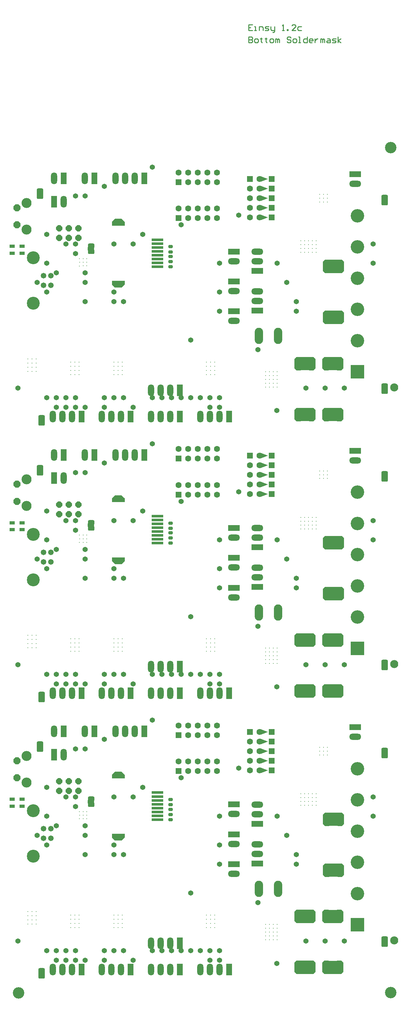
<source format=gbs>
G04*
G04 #@! TF.GenerationSoftware,Altium Limited,Altium Designer,21.0.8 (223)*
G04*
G04 Layer_Color=16711935*
%FSLAX24Y24*%
%MOIN*%
G70*
G04*
G04 #@! TF.SameCoordinates,0398FE80-09BB-4AEC-B5AE-9C75AE321684*
G04*
G04*
G04 #@! TF.FilePolarity,Negative*
G04*
G01*
G75*
%ADD12C,0.0100*%
%ADD144C,0.0580*%
%ADD192C,0.0631*%
G04:AMPARAMS|DCode=196|XSize=118.7mil|YSize=118.7mil|CornerRadius=59.4mil|HoleSize=0mil|Usage=FLASHONLY|Rotation=90.000|XOffset=0mil|YOffset=0mil|HoleType=Round|Shape=RoundedRectangle|*
%AMROUNDEDRECTD196*
21,1,0.1187,0.0000,0,0,90.0*
21,1,0.0000,0.1187,0,0,90.0*
1,1,0.1187,0.0000,0.0000*
1,1,0.1187,0.0000,0.0000*
1,1,0.1187,0.0000,0.0000*
1,1,0.1187,0.0000,0.0000*
%
%ADD196ROUNDEDRECTD196*%
G04:AMPARAMS|DCode=219|XSize=33.1mil|YSize=43.4mil|CornerRadius=7.8mil|HoleSize=0mil|Usage=FLASHONLY|Rotation=90.000|XOffset=0mil|YOffset=0mil|HoleType=Round|Shape=RoundedRectangle|*
%AMROUNDEDRECTD219*
21,1,0.0331,0.0277,0,0,90.0*
21,1,0.0175,0.0434,0,0,90.0*
1,1,0.0157,0.0139,0.0087*
1,1,0.0157,0.0139,-0.0087*
1,1,0.0157,-0.0139,-0.0087*
1,1,0.0157,-0.0139,0.0087*
%
%ADD219ROUNDEDRECTD219*%
G04:AMPARAMS|DCode=228|XSize=54mil|YSize=54mil|CornerRadius=27mil|HoleSize=0mil|Usage=FLASHONLY|Rotation=270.000|XOffset=0mil|YOffset=0mil|HoleType=Round|Shape=RoundedRectangle|*
%AMROUNDEDRECTD228*
21,1,0.0540,0.0000,0,0,270.0*
21,1,0.0000,0.0540,0,0,270.0*
1,1,0.0540,0.0000,0.0000*
1,1,0.0540,0.0000,0.0000*
1,1,0.0540,0.0000,0.0000*
1,1,0.0540,0.0000,0.0000*
%
%ADD228ROUNDEDRECTD228*%
%ADD254R,0.0631X0.0631*%
%ADD255C,0.0631*%
%ADD256O,0.0865X0.1690*%
%ADD257R,0.0631X0.0631*%
G04:AMPARAMS|DCode=258|XSize=137mil|YSize=87mil|CornerRadius=0mil|HoleSize=0mil|Usage=FLASHONLY|Rotation=270.000|XOffset=0mil|YOffset=0mil|HoleType=Round|Shape=Octagon|*
%AMOCTAGOND258*
4,1,8,-0.0217,-0.0685,0.0217,-0.0685,0.0435,-0.0468,0.0435,0.0468,0.0217,0.0685,-0.0217,0.0685,-0.0435,0.0468,-0.0435,-0.0468,-0.0217,-0.0685,0.0*
%
%ADD258OCTAGOND258*%

%ADD259P,0.0714X8X22.5*%
%ADD260C,0.1345*%
%ADD261P,0.0801X8X292.5*%
%ADD262C,0.1040*%
%ADD263R,0.1240X0.0640*%
%ADD264O,0.1240X0.0640*%
%ADD265R,0.0640X0.1240*%
%ADD266O,0.0640X0.1240*%
%ADD267O,0.1400X0.1400*%
%ADD268R,0.1400X0.1400*%
%ADD269C,0.0840*%
%ADD271R,0.0704X0.0354*%
%ADD272R,0.1241X0.0280*%
G04:AMPARAMS|DCode=273|XSize=54mil|YSize=54mil|CornerRadius=27mil|HoleSize=0mil|Usage=FLASHONLY|Rotation=180.000|XOffset=0mil|YOffset=0mil|HoleType=Round|Shape=RoundedRectangle|*
%AMROUNDEDRECTD273*
21,1,0.0540,0.0000,0,0,180.0*
21,1,0.0000,0.0540,0,0,180.0*
1,1,0.0540,0.0000,0.0000*
1,1,0.0540,0.0000,0.0000*
1,1,0.0540,0.0000,0.0000*
1,1,0.0540,0.0000,0.0000*
%
%ADD273ROUNDEDRECTD273*%
G04:AMPARAMS|DCode=274|XSize=50mil|YSize=67mil|CornerRadius=13.5mil|HoleSize=0mil|Usage=FLASHONLY|Rotation=270.000|XOffset=0mil|YOffset=0mil|HoleType=Round|Shape=RoundedRectangle|*
%AMROUNDEDRECTD274*
21,1,0.0500,0.0400,0,0,270.0*
21,1,0.0230,0.0670,0,0,270.0*
1,1,0.0270,-0.0200,-0.0115*
1,1,0.0270,-0.0200,0.0115*
1,1,0.0270,0.0200,0.0115*
1,1,0.0270,0.0200,-0.0115*
%
%ADD274ROUNDEDRECTD274*%
%ADD275R,0.0532X0.0375*%
%ADD276R,0.0631X0.0631*%
%ADD277C,0.0100*%
G36*
X27324Y55127D02*
X26534Y54827D01*
X26654Y54947D01*
Y55307D01*
X26534Y55427D01*
X27324Y55127D01*
D02*
G37*
G36*
Y54127D02*
X26534Y53827D01*
X26654Y53947D01*
Y54307D01*
X26534Y54427D01*
X27324Y54127D01*
D02*
G37*
G36*
Y53127D02*
X26534Y52827D01*
X26654Y52947D01*
Y53307D01*
X26534Y53427D01*
X27324Y53127D01*
D02*
G37*
G36*
Y52127D02*
X26534Y51827D01*
X26654Y51947D01*
Y52307D01*
X26534Y52427D01*
X27324Y52127D01*
D02*
G37*
G36*
Y51127D02*
X26534Y50827D01*
X26654Y50947D01*
Y51307D01*
X26534Y51427D01*
X27324Y51127D01*
D02*
G37*
G36*
X12347Y50730D02*
X12402Y50675D01*
X12402Y50289D01*
X11064Y50289D01*
Y50675D01*
X11383Y50994D01*
X12083D01*
X12347Y50730D01*
D02*
G37*
G36*
X34587Y45356D02*
X33677D01*
Y46746D01*
X34587D01*
Y45356D01*
D02*
G37*
G36*
X12402Y44533D02*
X12402Y44147D01*
X12347Y44092D01*
X12083Y43828D01*
X11383D01*
X11064Y44147D01*
Y44533D01*
X12402Y44533D01*
D02*
G37*
G36*
X34587Y40056D02*
X33677D01*
Y41446D01*
X34587D01*
Y40056D01*
D02*
G37*
G36*
X31637Y35230D02*
X30727D01*
Y36620D01*
X31637D01*
Y35230D01*
D02*
G37*
G36*
X34537Y35226D02*
X33627D01*
Y36616D01*
X34537D01*
Y35226D01*
D02*
G37*
G36*
X31637Y29930D02*
X30727D01*
Y31320D01*
X31637D01*
Y29930D01*
D02*
G37*
G36*
X34537Y29926D02*
X33627D01*
Y31316D01*
X34537D01*
Y29926D01*
D02*
G37*
G36*
X27324Y26348D02*
X26534Y26048D01*
X26654Y26168D01*
Y26528D01*
X26534Y26648D01*
X27324Y26348D01*
D02*
G37*
G36*
Y25348D02*
X26534Y25048D01*
X26654Y25168D01*
Y25528D01*
X26534Y25648D01*
X27324Y25348D01*
D02*
G37*
G36*
Y24348D02*
X26534Y24048D01*
X26654Y24168D01*
Y24528D01*
X26534Y24648D01*
X27324Y24348D01*
D02*
G37*
G36*
Y23348D02*
X26534Y23048D01*
X26654Y23168D01*
Y23528D01*
X26534Y23648D01*
X27324Y23348D01*
D02*
G37*
G36*
Y22348D02*
X26534Y22048D01*
X26654Y22168D01*
Y22528D01*
X26534Y22648D01*
X27324Y22348D01*
D02*
G37*
G36*
X12347Y21950D02*
X12402Y21895D01*
X12402Y21510D01*
X11064Y21510D01*
Y21895D01*
X11383Y22214D01*
X12083D01*
X12347Y21950D01*
D02*
G37*
G36*
X34587Y16577D02*
X33677D01*
Y17967D01*
X34587D01*
Y16577D01*
D02*
G37*
G36*
X12402Y15754D02*
X12402Y15368D01*
X12347Y15313D01*
X12083Y15049D01*
X11383D01*
X11064Y15368D01*
Y15754D01*
X12402Y15754D01*
D02*
G37*
G36*
X34587Y11277D02*
X33677D01*
Y12667D01*
X34587D01*
Y11277D01*
D02*
G37*
G36*
X31637Y6451D02*
X30727D01*
Y7841D01*
X31637D01*
Y6451D01*
D02*
G37*
G36*
X34537Y6447D02*
X33627D01*
Y7837D01*
X34537D01*
Y6447D01*
D02*
G37*
G36*
X31637Y1151D02*
X30727D01*
Y2541D01*
X31637D01*
Y1151D01*
D02*
G37*
G36*
X34537Y1147D02*
X33627D01*
Y2537D01*
X34537D01*
Y1147D01*
D02*
G37*
G36*
X27324Y-2432D02*
X26534Y-2732D01*
X26654Y-2612D01*
Y-2252D01*
X26534Y-2132D01*
X27324Y-2432D01*
D02*
G37*
G36*
Y-3432D02*
X26534Y-3732D01*
X26654Y-3612D01*
Y-3252D01*
X26534Y-3132D01*
X27324Y-3432D01*
D02*
G37*
G36*
Y-4432D02*
X26534Y-4732D01*
X26654Y-4612D01*
Y-4252D01*
X26534Y-4132D01*
X27324Y-4432D01*
D02*
G37*
G36*
Y-5432D02*
X26534Y-5732D01*
X26654Y-5612D01*
Y-5252D01*
X26534Y-5132D01*
X27324Y-5432D01*
D02*
G37*
G36*
Y-6432D02*
X26534Y-6732D01*
X26654Y-6612D01*
Y-6252D01*
X26534Y-6132D01*
X27324Y-6432D01*
D02*
G37*
G36*
X12347Y-6829D02*
X12402Y-6884D01*
X12402Y-7270D01*
X11064Y-7270D01*
Y-6884D01*
X11383Y-6565D01*
X12083D01*
X12347Y-6829D01*
D02*
G37*
G36*
X34587Y-12203D02*
X33677D01*
Y-10813D01*
X34587D01*
Y-12203D01*
D02*
G37*
G36*
X12402Y-13026D02*
X12402Y-13412D01*
X12347Y-13467D01*
X12083Y-13731D01*
X11383D01*
X11064Y-13412D01*
Y-13026D01*
X12402Y-13026D01*
D02*
G37*
G36*
X34587Y-17503D02*
X33677D01*
Y-16113D01*
X34587D01*
Y-17503D01*
D02*
G37*
G36*
X31637Y-22329D02*
X30727D01*
Y-20939D01*
X31637D01*
Y-22329D01*
D02*
G37*
G36*
X34537Y-22333D02*
X33627D01*
Y-20943D01*
X34537D01*
Y-22333D01*
D02*
G37*
G36*
X31637Y-27629D02*
X30727D01*
Y-26239D01*
X31637D01*
Y-27629D01*
D02*
G37*
G36*
X34537Y-27633D02*
X33627D01*
Y-26243D01*
X34537D01*
Y-27633D01*
D02*
G37*
G54D12*
X25298Y69942D02*
Y69343D01*
X25598D01*
X25698Y69442D01*
Y69542D01*
X25598Y69642D01*
X25298D01*
X25598D01*
X25698Y69742D01*
Y69842D01*
X25598Y69942D01*
X25298D01*
X25998Y69343D02*
X26198D01*
X26298Y69442D01*
Y69642D01*
X26198Y69742D01*
X25998D01*
X25898Y69642D01*
Y69442D01*
X25998Y69343D01*
X26598Y69842D02*
Y69742D01*
X26498D01*
X26698D01*
X26598D01*
Y69442D01*
X26698Y69343D01*
X27098Y69842D02*
Y69742D01*
X26998D01*
X27198D01*
X27098D01*
Y69442D01*
X27198Y69343D01*
X27598D02*
X27798D01*
X27898Y69442D01*
Y69642D01*
X27798Y69742D01*
X27598D01*
X27498Y69642D01*
Y69442D01*
X27598Y69343D01*
X28097D02*
Y69742D01*
X28197D01*
X28297Y69642D01*
Y69343D01*
Y69642D01*
X28397Y69742D01*
X28497Y69642D01*
Y69343D01*
X29697Y69842D02*
X29597Y69942D01*
X29397D01*
X29297Y69842D01*
Y69742D01*
X29397Y69642D01*
X29597D01*
X29697Y69542D01*
Y69442D01*
X29597Y69343D01*
X29397D01*
X29297Y69442D01*
X29997Y69343D02*
X30197D01*
X30297Y69442D01*
Y69642D01*
X30197Y69742D01*
X29997D01*
X29897Y69642D01*
Y69442D01*
X29997Y69343D01*
X30497D02*
X30697D01*
X30597D01*
Y69942D01*
X30497D01*
X31396D02*
Y69343D01*
X31096D01*
X30996Y69442D01*
Y69642D01*
X31096Y69742D01*
X31396D01*
X31896Y69343D02*
X31696D01*
X31596Y69442D01*
Y69642D01*
X31696Y69742D01*
X31896D01*
X31996Y69642D01*
Y69542D01*
X31596D01*
X32196Y69742D02*
Y69343D01*
Y69542D01*
X32296Y69642D01*
X32396Y69742D01*
X32496D01*
X32796Y69343D02*
Y69742D01*
X32896D01*
X32996Y69642D01*
Y69343D01*
Y69642D01*
X33096Y69742D01*
X33196Y69642D01*
Y69343D01*
X33496Y69742D02*
X33696D01*
X33796Y69642D01*
Y69343D01*
X33496D01*
X33396Y69442D01*
X33496Y69542D01*
X33796D01*
X33996Y69343D02*
X34295D01*
X34395Y69442D01*
X34295Y69542D01*
X34095D01*
X33996Y69642D01*
X34095Y69742D01*
X34395D01*
X34595Y69343D02*
Y69942D01*
Y69542D02*
X34895Y69742D01*
X34595Y69542D02*
X34895Y69343D01*
X25698Y71192D02*
X25298D01*
Y70593D01*
X25698D01*
X25298Y70892D02*
X25498D01*
X25898Y70593D02*
X26098D01*
X25998D01*
Y70992D01*
X25898D01*
X26398Y70593D02*
Y70992D01*
X26698D01*
X26798Y70892D01*
Y70593D01*
X26998D02*
X27298D01*
X27398Y70692D01*
X27298Y70792D01*
X27098D01*
X26998Y70892D01*
X27098Y70992D01*
X27398D01*
X27598D02*
Y70692D01*
X27698Y70593D01*
X27997D01*
Y70493D01*
X27898Y70393D01*
X27798D01*
X27997Y70593D02*
Y70992D01*
X28797Y70593D02*
X28997D01*
X28897D01*
Y71192D01*
X28797Y71092D01*
X29297Y70593D02*
Y70692D01*
X29397D01*
Y70593D01*
X29297D01*
X30197D02*
X29797D01*
X30197Y70992D01*
Y71092D01*
X30097Y71192D01*
X29897D01*
X29797Y71092D01*
X30797Y70992D02*
X30497D01*
X30397Y70892D01*
Y70692D01*
X30497Y70593D01*
X30797D01*
G54D144*
X4725Y-13492D02*
D03*
Y-12500D02*
D03*
X3935D02*
D03*
Y-13492D02*
D03*
X4725Y15287D02*
D03*
Y16280D02*
D03*
X3935D02*
D03*
Y15287D02*
D03*
X4725Y44067D02*
D03*
Y45059D02*
D03*
X3935D02*
D03*
Y44067D02*
D03*
G54D192*
X26434Y-2432D02*
D03*
Y-3432D02*
D03*
Y-4432D02*
D03*
Y-5432D02*
D03*
Y-6432D02*
D03*
Y26348D02*
D03*
Y25348D02*
D03*
Y24348D02*
D03*
Y23348D02*
D03*
Y22348D02*
D03*
Y55127D02*
D03*
Y54127D02*
D03*
Y53127D02*
D03*
Y52127D02*
D03*
Y51127D02*
D03*
G54D196*
X40098Y58415D02*
D03*
Y-29557D02*
D03*
X1359Y-29596D02*
D03*
G54D219*
X17168Y-11012D02*
D03*
Y-11548D02*
D03*
Y-10481D02*
D03*
Y-11016D02*
D03*
Y-9467D02*
D03*
Y-10002D02*
D03*
Y17767D02*
D03*
Y17232D02*
D03*
Y18299D02*
D03*
Y17764D02*
D03*
Y19313D02*
D03*
Y18777D02*
D03*
Y46547D02*
D03*
Y46012D02*
D03*
Y47078D02*
D03*
Y46543D02*
D03*
Y48092D02*
D03*
Y47557D02*
D03*
G54D228*
X14267Y-8189D02*
D03*
X21267Y-26189D02*
D03*
X5267D02*
D03*
X6267D02*
D03*
X7267D02*
D03*
X8267D02*
D03*
X10267D02*
D03*
X13267D02*
D03*
X22267D02*
D03*
X30267Y-16189D02*
D03*
X29267Y-13189D02*
D03*
X28267Y-11189D02*
D03*
X19267Y-25189D02*
D03*
X21267D02*
D03*
X20267D02*
D03*
X22267D02*
D03*
X15267D02*
D03*
X17267D02*
D03*
X16267D02*
D03*
X18267D02*
D03*
X7267D02*
D03*
X11267D02*
D03*
X10267D02*
D03*
X12267D02*
D03*
X1267Y-24189D02*
D03*
X28237Y-26509D02*
D03*
X22267Y-16189D02*
D03*
X24267Y-6189D02*
D03*
X5267Y-25189D02*
D03*
X4267D02*
D03*
X6267D02*
D03*
X5267Y-12189D02*
D03*
X4267Y-11189D02*
D03*
X8267Y-4189D02*
D03*
X19267Y-19189D02*
D03*
X14267Y20591D02*
D03*
X21267Y2591D02*
D03*
X5267D02*
D03*
X6267D02*
D03*
X7267D02*
D03*
X8267D02*
D03*
X10267D02*
D03*
X13267D02*
D03*
X22267D02*
D03*
X30267Y12591D02*
D03*
X29267Y15591D02*
D03*
X28267Y17591D02*
D03*
X19267Y3591D02*
D03*
X21267D02*
D03*
X20267D02*
D03*
X22267D02*
D03*
X15267D02*
D03*
X17267D02*
D03*
X16267D02*
D03*
X18267D02*
D03*
X7267D02*
D03*
X11267D02*
D03*
X10267D02*
D03*
X12267D02*
D03*
X1267Y4591D02*
D03*
X28237Y2271D02*
D03*
X22267Y12591D02*
D03*
X24267Y22591D02*
D03*
X5267Y3591D02*
D03*
X4267D02*
D03*
X6267D02*
D03*
X5267Y16591D02*
D03*
X4267Y17591D02*
D03*
X8267Y24591D02*
D03*
X19267Y9591D02*
D03*
X14267Y49370D02*
D03*
X21267Y31370D02*
D03*
X5267D02*
D03*
X6267D02*
D03*
X7267D02*
D03*
X8267D02*
D03*
X10267D02*
D03*
X13267D02*
D03*
X22267D02*
D03*
X30267Y41370D02*
D03*
X29267Y44370D02*
D03*
X28267Y46370D02*
D03*
X19267Y32370D02*
D03*
X21267D02*
D03*
X20267D02*
D03*
X22267D02*
D03*
X15267D02*
D03*
X17267D02*
D03*
X16267D02*
D03*
X18267D02*
D03*
X7267D02*
D03*
X11267D02*
D03*
X10267D02*
D03*
X12267D02*
D03*
X1267Y33370D02*
D03*
X28237Y31050D02*
D03*
X22267Y41370D02*
D03*
X24267Y51370D02*
D03*
X5267Y32370D02*
D03*
X4267D02*
D03*
X6267D02*
D03*
X5267Y45370D02*
D03*
X4267Y46370D02*
D03*
X8267Y53370D02*
D03*
X19267Y38370D02*
D03*
G54D254*
X18007Y-2749D02*
D03*
Y-6499D02*
D03*
Y26031D02*
D03*
Y22281D02*
D03*
Y54810D02*
D03*
Y51060D02*
D03*
G54D255*
Y-1749D02*
D03*
X19007Y-2749D02*
D03*
Y-1749D02*
D03*
X20007Y-2749D02*
D03*
Y-1749D02*
D03*
X21007Y-2749D02*
D03*
Y-1749D02*
D03*
X22007Y-2749D02*
D03*
Y-1749D02*
D03*
X25434Y-6432D02*
D03*
Y-5432D02*
D03*
Y-4432D02*
D03*
Y-3432D02*
D03*
X22007Y-5499D02*
D03*
Y-6499D02*
D03*
X21007Y-5499D02*
D03*
Y-6499D02*
D03*
X20007Y-5499D02*
D03*
Y-6499D02*
D03*
X19007Y-5499D02*
D03*
Y-6499D02*
D03*
X18007Y-5499D02*
D03*
Y27031D02*
D03*
X19007Y26031D02*
D03*
Y27031D02*
D03*
X20007Y26031D02*
D03*
Y27031D02*
D03*
X21007Y26031D02*
D03*
Y27031D02*
D03*
X22007Y26031D02*
D03*
Y27031D02*
D03*
X25434Y22348D02*
D03*
Y23348D02*
D03*
Y24348D02*
D03*
Y25348D02*
D03*
X22007Y23281D02*
D03*
Y22281D02*
D03*
X21007Y23281D02*
D03*
Y22281D02*
D03*
X20007Y23281D02*
D03*
Y22281D02*
D03*
X19007Y23281D02*
D03*
Y22281D02*
D03*
X18007Y23281D02*
D03*
Y55810D02*
D03*
X19007Y54810D02*
D03*
Y55810D02*
D03*
X20007Y54810D02*
D03*
Y55810D02*
D03*
X21007Y54810D02*
D03*
Y55810D02*
D03*
X22007Y54810D02*
D03*
Y55810D02*
D03*
X25434Y51127D02*
D03*
Y52127D02*
D03*
Y53127D02*
D03*
Y54127D02*
D03*
X22007Y52060D02*
D03*
Y51060D02*
D03*
X21007Y52060D02*
D03*
Y51060D02*
D03*
X20007Y52060D02*
D03*
Y51060D02*
D03*
X19007Y52060D02*
D03*
Y51060D02*
D03*
X18007Y52060D02*
D03*
G54D256*
X26377Y-18759D02*
D03*
X28377D02*
D03*
X26377Y10021D02*
D03*
X28377D02*
D03*
X26377Y38800D02*
D03*
X28377D02*
D03*
G54D257*
X25434Y-2432D02*
D03*
Y26348D02*
D03*
Y55127D02*
D03*
G54D258*
X31856Y-26935D02*
D03*
X30516D02*
D03*
Y-21635D02*
D03*
X31856D02*
D03*
X33467Y-11509D02*
D03*
X34807D02*
D03*
Y-16809D02*
D03*
X33467D02*
D03*
X34757Y-21639D02*
D03*
X33417D02*
D03*
Y-26939D02*
D03*
X34757D02*
D03*
X31856Y1844D02*
D03*
X30516D02*
D03*
Y7144D02*
D03*
X31856D02*
D03*
X33467Y17271D02*
D03*
X34807D02*
D03*
Y11971D02*
D03*
X33467D02*
D03*
X34757Y7141D02*
D03*
X33417D02*
D03*
Y1841D02*
D03*
X34757D02*
D03*
X31856Y30624D02*
D03*
X30516D02*
D03*
Y35924D02*
D03*
X31856D02*
D03*
X33467Y46050D02*
D03*
X34807D02*
D03*
Y40750D02*
D03*
X33467D02*
D03*
X34757Y35920D02*
D03*
X33417D02*
D03*
Y30620D02*
D03*
X34757D02*
D03*
G54D259*
X5592Y-8543D02*
D03*
Y-7543D02*
D03*
X6592Y-8543D02*
D03*
Y-7543D02*
D03*
X7592Y-8543D02*
D03*
Y-7543D02*
D03*
X5592Y20236D02*
D03*
Y21236D02*
D03*
X6592Y20236D02*
D03*
Y21236D02*
D03*
X7592Y20236D02*
D03*
Y21236D02*
D03*
X5592Y49016D02*
D03*
Y50016D02*
D03*
X6592Y49016D02*
D03*
Y50016D02*
D03*
X7592Y49016D02*
D03*
Y50016D02*
D03*
G54D260*
X2865Y-10630D02*
D03*
Y-15362D02*
D03*
Y18150D02*
D03*
Y13417D02*
D03*
Y46929D02*
D03*
Y42197D02*
D03*
G54D261*
X1194Y-5409D02*
D03*
Y-7189D02*
D03*
Y23370D02*
D03*
Y21590D02*
D03*
Y52150D02*
D03*
Y50370D02*
D03*
G54D262*
X2174Y-4919D02*
D03*
Y-7679D02*
D03*
Y23860D02*
D03*
Y21100D02*
D03*
Y52640D02*
D03*
Y49880D02*
D03*
G54D263*
X26197Y-16119D02*
D03*
X23771Y-9972D02*
D03*
Y-13083D02*
D03*
Y-16193D02*
D03*
X36417Y-1929D02*
D03*
X26207Y-11979D02*
D03*
X26197Y12661D02*
D03*
X23771Y18807D02*
D03*
Y15697D02*
D03*
Y12587D02*
D03*
X36417Y26851D02*
D03*
X26207Y16801D02*
D03*
X26197Y41440D02*
D03*
X23771Y47587D02*
D03*
Y44476D02*
D03*
Y41366D02*
D03*
X36417Y55630D02*
D03*
X26207Y45580D02*
D03*
G54D264*
X26197Y-15119D02*
D03*
Y-14119D02*
D03*
X23771Y-10972D02*
D03*
Y-14083D02*
D03*
Y-17193D02*
D03*
X36417Y-2929D02*
D03*
X26207Y-9979D02*
D03*
Y-10979D02*
D03*
X26197Y13661D02*
D03*
Y14661D02*
D03*
X23771Y17807D02*
D03*
Y14697D02*
D03*
Y11587D02*
D03*
X36417Y25851D02*
D03*
X26207Y18801D02*
D03*
Y17801D02*
D03*
X26197Y42440D02*
D03*
Y43440D02*
D03*
X23771Y46587D02*
D03*
Y43476D02*
D03*
Y40366D02*
D03*
X36417Y54630D02*
D03*
X26207Y47580D02*
D03*
Y46580D02*
D03*
G54D265*
X9249Y-2366D02*
D03*
X14429Y-2362D02*
D03*
X7909Y-27166D02*
D03*
X13027D02*
D03*
X18146Y-24411D02*
D03*
Y-27166D02*
D03*
X23268Y-27163D02*
D03*
X5039Y-4776D02*
D03*
X6039Y-2366D02*
D03*
X9249Y26413D02*
D03*
X14429Y26417D02*
D03*
X7909Y1613D02*
D03*
X13027D02*
D03*
X18146Y4369D02*
D03*
Y1613D02*
D03*
X23268Y1617D02*
D03*
X5039Y24003D02*
D03*
X6039Y26413D02*
D03*
X9249Y55193D02*
D03*
X14429Y55197D02*
D03*
X7909Y30393D02*
D03*
X13027D02*
D03*
X18146Y33149D02*
D03*
Y30393D02*
D03*
X23268Y30397D02*
D03*
X5039Y52783D02*
D03*
X6039Y55193D02*
D03*
G54D266*
X8249Y-2366D02*
D03*
X13429Y-2362D02*
D03*
X12429D02*
D03*
X11429D02*
D03*
X4909Y-27166D02*
D03*
X5909D02*
D03*
X6909D02*
D03*
X10027D02*
D03*
X11027D02*
D03*
X12027D02*
D03*
X15146Y-24411D02*
D03*
X16146D02*
D03*
X17146D02*
D03*
X15146Y-27166D02*
D03*
X16146D02*
D03*
X17146D02*
D03*
X20268Y-27163D02*
D03*
X21268D02*
D03*
X22268D02*
D03*
X6039Y-4776D02*
D03*
X5039Y-2366D02*
D03*
X8249Y26413D02*
D03*
X13429Y26417D02*
D03*
X12429D02*
D03*
X11429D02*
D03*
X4909Y1613D02*
D03*
X5909D02*
D03*
X6909D02*
D03*
X10027D02*
D03*
X11027D02*
D03*
X12027D02*
D03*
X15146Y4369D02*
D03*
X16146D02*
D03*
X17146D02*
D03*
X15146Y1613D02*
D03*
X16146D02*
D03*
X17146D02*
D03*
X20268Y1617D02*
D03*
X21268D02*
D03*
X22268D02*
D03*
X6039Y24003D02*
D03*
X5039Y26413D02*
D03*
X8249Y55193D02*
D03*
X13429Y55197D02*
D03*
X12429D02*
D03*
X11429D02*
D03*
X4909Y30393D02*
D03*
X5909D02*
D03*
X6909D02*
D03*
X10027D02*
D03*
X11027D02*
D03*
X12027D02*
D03*
X15146Y33149D02*
D03*
X16146D02*
D03*
X17146D02*
D03*
X15146Y30393D02*
D03*
X16146D02*
D03*
X17146D02*
D03*
X20268Y30397D02*
D03*
X21268D02*
D03*
X22268D02*
D03*
X6039Y52783D02*
D03*
X5039Y55193D02*
D03*
G54D267*
X36637Y-6244D02*
D03*
Y-9494D02*
D03*
Y-12744D02*
D03*
Y-15994D02*
D03*
Y-19244D02*
D03*
Y22536D02*
D03*
Y19286D02*
D03*
Y16036D02*
D03*
Y12786D02*
D03*
Y9536D02*
D03*
Y51315D02*
D03*
Y48065D02*
D03*
Y44815D02*
D03*
Y41565D02*
D03*
Y38315D02*
D03*
G54D268*
Y-22494D02*
D03*
Y6286D02*
D03*
Y35065D02*
D03*
G54D269*
X40474Y-24134D02*
D03*
Y4646D02*
D03*
Y33425D02*
D03*
G54D271*
X8891Y-9685D02*
D03*
X39489Y-24262D02*
D03*
X3562Y-3947D02*
D03*
X3742Y-27557D02*
D03*
X39482Y-4607D02*
D03*
X8891Y19094D02*
D03*
X39489Y4517D02*
D03*
X3562Y24833D02*
D03*
X3742Y1223D02*
D03*
X39482Y24173D02*
D03*
X8891Y47874D02*
D03*
X39489Y33297D02*
D03*
X3562Y53612D02*
D03*
X3742Y30002D02*
D03*
X39482Y52952D02*
D03*
G54D272*
X15800Y-11553D02*
D03*
Y-10349D02*
D03*
Y-9947D02*
D03*
Y-9546D02*
D03*
Y-9144D02*
D03*
Y-8742D02*
D03*
Y-10750D02*
D03*
Y-11152D02*
D03*
Y17226D02*
D03*
Y18431D02*
D03*
Y18832D02*
D03*
Y19234D02*
D03*
Y19636D02*
D03*
Y20037D02*
D03*
Y18029D02*
D03*
Y17628D02*
D03*
Y46006D02*
D03*
Y47210D02*
D03*
Y47612D02*
D03*
Y48013D02*
D03*
Y48415D02*
D03*
Y48817D02*
D03*
Y46809D02*
D03*
Y46407D02*
D03*
G54D273*
X22267Y-14189D02*
D03*
Y-11189D02*
D03*
X35267Y-24189D02*
D03*
X33267D02*
D03*
X31267D02*
D03*
X15267Y-1189D02*
D03*
X3267Y-13189D02*
D03*
X4267Y-14189D02*
D03*
X7267Y-9189D02*
D03*
X4267Y-8189D02*
D03*
X6267Y-9189D02*
D03*
X7267Y-10189D02*
D03*
X10277Y-3189D02*
D03*
X7267Y-4189D02*
D03*
X13267Y-9189D02*
D03*
X18267Y-7189D02*
D03*
X11267Y-9189D02*
D03*
X30267Y-15189D02*
D03*
X38267Y-11189D02*
D03*
X26267Y-20189D02*
D03*
X38267Y-9189D02*
D03*
X8267Y-15189D02*
D03*
Y-13189D02*
D03*
Y-12189D02*
D03*
X11267Y-14189D02*
D03*
X12267Y-15189D02*
D03*
X11267D02*
D03*
X22267Y14591D02*
D03*
Y17591D02*
D03*
X35267Y4591D02*
D03*
X33267D02*
D03*
X31267D02*
D03*
X15267Y27591D02*
D03*
X3267Y15591D02*
D03*
X4267Y14591D02*
D03*
X7267Y19591D02*
D03*
X4267Y20591D02*
D03*
X6267Y19591D02*
D03*
X7267Y18591D02*
D03*
X10277Y25591D02*
D03*
X7267Y24591D02*
D03*
X13267Y19591D02*
D03*
X18267Y21591D02*
D03*
X11267Y19591D02*
D03*
X30267Y13591D02*
D03*
X38267Y17591D02*
D03*
X26267Y8591D02*
D03*
X38267Y19591D02*
D03*
X8267Y13591D02*
D03*
Y15591D02*
D03*
Y16591D02*
D03*
X11267Y14591D02*
D03*
X12267Y13591D02*
D03*
X11267D02*
D03*
X22267Y43370D02*
D03*
Y46370D02*
D03*
X35267Y33370D02*
D03*
X33267D02*
D03*
X31267D02*
D03*
X15267Y56370D02*
D03*
X3267Y44370D02*
D03*
X4267Y43370D02*
D03*
X7267Y48370D02*
D03*
X4267Y49370D02*
D03*
X6267Y48370D02*
D03*
X7267Y47370D02*
D03*
X10277Y54370D02*
D03*
X7267Y53370D02*
D03*
X13267Y48370D02*
D03*
X18267Y50370D02*
D03*
X11267Y48370D02*
D03*
X30267Y42370D02*
D03*
X38267Y46370D02*
D03*
X26267Y37370D02*
D03*
X38267Y48370D02*
D03*
X8267Y42370D02*
D03*
Y44370D02*
D03*
Y45370D02*
D03*
X11267Y43370D02*
D03*
X12267Y42370D02*
D03*
X11267D02*
D03*
G54D274*
X8899Y-9395D02*
D03*
Y-9995D02*
D03*
X39481Y-24552D02*
D03*
Y-23952D02*
D03*
X3569Y-3656D02*
D03*
Y-4256D02*
D03*
X3749Y-27266D02*
D03*
Y-27866D02*
D03*
X39489Y-4316D02*
D03*
Y-4916D02*
D03*
X8899Y19385D02*
D03*
Y18785D02*
D03*
X39481Y4227D02*
D03*
Y4827D02*
D03*
X3569Y25123D02*
D03*
Y24523D02*
D03*
X3749Y1513D02*
D03*
Y913D02*
D03*
X39489Y24463D02*
D03*
Y23863D02*
D03*
X8899Y48164D02*
D03*
Y47564D02*
D03*
X39481Y33007D02*
D03*
Y33607D02*
D03*
X3569Y53903D02*
D03*
Y53303D02*
D03*
X3749Y30293D02*
D03*
Y29693D02*
D03*
X39489Y53243D02*
D03*
Y52643D02*
D03*
G54D275*
X689Y-10151D02*
D03*
Y-9422D02*
D03*
X1709D02*
D03*
Y-10151D02*
D03*
X689Y18629D02*
D03*
Y19357D02*
D03*
X1709D02*
D03*
Y18629D02*
D03*
X689Y47408D02*
D03*
Y48137D02*
D03*
X1709D02*
D03*
Y47408D02*
D03*
G54D276*
X27714Y-2432D02*
D03*
Y-3432D02*
D03*
Y-4432D02*
D03*
Y-5432D02*
D03*
Y-6432D02*
D03*
Y26348D02*
D03*
Y25348D02*
D03*
Y24348D02*
D03*
Y23348D02*
D03*
Y22348D02*
D03*
Y55127D02*
D03*
Y54127D02*
D03*
Y53127D02*
D03*
Y52127D02*
D03*
Y51127D02*
D03*
G54D277*
X31928Y-10061D02*
D03*
X32328D02*
D03*
Y-9661D02*
D03*
X31928D02*
D03*
Y-9261D02*
D03*
X32328D02*
D03*
Y-8861D02*
D03*
X31928D02*
D03*
X31128D02*
D03*
X30728D02*
D03*
Y-9261D02*
D03*
X31128D02*
D03*
Y-9661D02*
D03*
X30728D02*
D03*
Y-10061D02*
D03*
X31128D02*
D03*
X31528D02*
D03*
Y-9661D02*
D03*
Y-8861D02*
D03*
Y-9261D02*
D03*
X28275Y-22872D02*
D03*
Y-22472D02*
D03*
X27875D02*
D03*
Y-22872D02*
D03*
X27475D02*
D03*
Y-22472D02*
D03*
X27075D02*
D03*
Y-22872D02*
D03*
Y-23672D02*
D03*
Y-24072D02*
D03*
X27475D02*
D03*
Y-23672D02*
D03*
X27875D02*
D03*
Y-24072D02*
D03*
X28275D02*
D03*
Y-23672D02*
D03*
Y-23272D02*
D03*
X27875D02*
D03*
X27075D02*
D03*
X27475D02*
D03*
X20924Y-21499D02*
D03*
X21790Y-22798D02*
D03*
X21357D02*
D03*
X20924D02*
D03*
X21790Y-22365D02*
D03*
X21357D02*
D03*
X20924D02*
D03*
X21790Y-21932D02*
D03*
X21357D02*
D03*
X20924D02*
D03*
X21790Y-21499D02*
D03*
X21357D02*
D03*
X8067Y-11089D02*
D03*
Y-10715D02*
D03*
X7690Y-10711D02*
D03*
X7695Y-11089D02*
D03*
X7693Y-11473D02*
D03*
X8067Y-11463D02*
D03*
X8441D02*
D03*
Y-11089D02*
D03*
Y-10715D02*
D03*
X33114Y-4423D02*
D03*
X32720D02*
D03*
Y-4030D02*
D03*
X33114D02*
D03*
X33507D02*
D03*
Y-4423D02*
D03*
Y-4817D02*
D03*
X33114D02*
D03*
X32720D02*
D03*
X2743Y-21139D02*
D03*
X3176D02*
D03*
X2310Y-21572D02*
D03*
X2743D02*
D03*
X3176D02*
D03*
X2310Y-22005D02*
D03*
X2743D02*
D03*
X3176D02*
D03*
X2310Y-22438D02*
D03*
X2743D02*
D03*
X3176D02*
D03*
X2310Y-21139D02*
D03*
X7217Y-21499D02*
D03*
X7650D02*
D03*
X6784Y-21932D02*
D03*
X7217D02*
D03*
X7650D02*
D03*
X6784Y-22365D02*
D03*
X7217D02*
D03*
X7650D02*
D03*
X6784Y-22798D02*
D03*
X7217D02*
D03*
X7650D02*
D03*
X6784Y-21499D02*
D03*
X11717D02*
D03*
X12150D02*
D03*
X11284Y-21932D02*
D03*
X11717D02*
D03*
X12150D02*
D03*
X11284Y-22365D02*
D03*
X11717D02*
D03*
X12150D02*
D03*
X11284Y-22798D02*
D03*
X11717D02*
D03*
X12150D02*
D03*
X11284Y-21499D02*
D03*
X31928Y18718D02*
D03*
X32328D02*
D03*
Y19118D02*
D03*
X31928D02*
D03*
Y19518D02*
D03*
X32328D02*
D03*
Y19918D02*
D03*
X31928D02*
D03*
X31128D02*
D03*
X30728D02*
D03*
Y19518D02*
D03*
X31128D02*
D03*
Y19118D02*
D03*
X30728D02*
D03*
Y18718D02*
D03*
X31128D02*
D03*
X31528D02*
D03*
Y19118D02*
D03*
Y19918D02*
D03*
Y19518D02*
D03*
X28275Y5907D02*
D03*
Y6307D02*
D03*
X27875D02*
D03*
Y5907D02*
D03*
X27475D02*
D03*
Y6307D02*
D03*
X27075D02*
D03*
Y5907D02*
D03*
Y5107D02*
D03*
Y4707D02*
D03*
X27475D02*
D03*
Y5107D02*
D03*
X27875D02*
D03*
Y4707D02*
D03*
X28275D02*
D03*
Y5107D02*
D03*
Y5507D02*
D03*
X27875D02*
D03*
X27075D02*
D03*
X27475D02*
D03*
X20924Y7281D02*
D03*
X21790Y5982D02*
D03*
X21357D02*
D03*
X20924D02*
D03*
X21790Y6415D02*
D03*
X21357D02*
D03*
X20924D02*
D03*
X21790Y6848D02*
D03*
X21357D02*
D03*
X20924D02*
D03*
X21790Y7281D02*
D03*
X21357D02*
D03*
X8067Y17691D02*
D03*
Y18065D02*
D03*
X7690Y18068D02*
D03*
X7695Y17691D02*
D03*
X7693Y17307D02*
D03*
X8067Y17317D02*
D03*
X8441D02*
D03*
Y17691D02*
D03*
Y18065D02*
D03*
X33114Y24356D02*
D03*
X32720D02*
D03*
Y24750D02*
D03*
X33114D02*
D03*
X33507D02*
D03*
Y24356D02*
D03*
Y23963D02*
D03*
X33114D02*
D03*
X32720D02*
D03*
X2743Y7641D02*
D03*
X3176D02*
D03*
X2310Y7208D02*
D03*
X2743D02*
D03*
X3176D02*
D03*
X2310Y6775D02*
D03*
X2743D02*
D03*
X3176D02*
D03*
X2310Y6342D02*
D03*
X2743D02*
D03*
X3176D02*
D03*
X2310Y7641D02*
D03*
X7217Y7281D02*
D03*
X7650D02*
D03*
X6784Y6848D02*
D03*
X7217D02*
D03*
X7650D02*
D03*
X6784Y6415D02*
D03*
X7217D02*
D03*
X7650D02*
D03*
X6784Y5982D02*
D03*
X7217D02*
D03*
X7650D02*
D03*
X6784Y7281D02*
D03*
X11717D02*
D03*
X12150D02*
D03*
X11284Y6848D02*
D03*
X11717D02*
D03*
X12150D02*
D03*
X11284Y6415D02*
D03*
X11717D02*
D03*
X12150D02*
D03*
X11284Y5982D02*
D03*
X11717D02*
D03*
X12150D02*
D03*
X11284Y7281D02*
D03*
X31928Y47498D02*
D03*
X32328D02*
D03*
Y47898D02*
D03*
X31928D02*
D03*
Y48298D02*
D03*
X32328D02*
D03*
Y48698D02*
D03*
X31928D02*
D03*
X31128D02*
D03*
X30728D02*
D03*
Y48298D02*
D03*
X31128D02*
D03*
Y47898D02*
D03*
X30728D02*
D03*
Y47498D02*
D03*
X31128D02*
D03*
X31528D02*
D03*
Y47898D02*
D03*
Y48698D02*
D03*
Y48298D02*
D03*
X28275Y34687D02*
D03*
Y35087D02*
D03*
X27875D02*
D03*
Y34687D02*
D03*
X27475D02*
D03*
Y35087D02*
D03*
X27075D02*
D03*
Y34687D02*
D03*
Y33887D02*
D03*
Y33487D02*
D03*
X27475D02*
D03*
Y33887D02*
D03*
X27875D02*
D03*
Y33487D02*
D03*
X28275D02*
D03*
Y33887D02*
D03*
Y34287D02*
D03*
X27875D02*
D03*
X27075D02*
D03*
X27475D02*
D03*
X20924Y36060D02*
D03*
X21790Y34761D02*
D03*
X21357D02*
D03*
X20924D02*
D03*
X21790Y35194D02*
D03*
X21357D02*
D03*
X20924D02*
D03*
X21790Y35627D02*
D03*
X21357D02*
D03*
X20924D02*
D03*
X21790Y36060D02*
D03*
X21357D02*
D03*
X8067Y46470D02*
D03*
Y46844D02*
D03*
X7690Y46848D02*
D03*
X7695Y46470D02*
D03*
X7693Y46086D02*
D03*
X8067Y46096D02*
D03*
X8441D02*
D03*
Y46470D02*
D03*
Y46844D02*
D03*
X33114Y53136D02*
D03*
X32720D02*
D03*
Y53530D02*
D03*
X33114D02*
D03*
X33507D02*
D03*
Y53136D02*
D03*
Y52742D02*
D03*
X33114D02*
D03*
X32720D02*
D03*
X2743Y36420D02*
D03*
X3176D02*
D03*
X2310Y35987D02*
D03*
X2743D02*
D03*
X3176D02*
D03*
X2310Y35554D02*
D03*
X2743D02*
D03*
X3176D02*
D03*
X2310Y35121D02*
D03*
X2743D02*
D03*
X3176D02*
D03*
X2310Y36420D02*
D03*
X7217Y36060D02*
D03*
X7650D02*
D03*
X6784Y35627D02*
D03*
X7217D02*
D03*
X7650D02*
D03*
X6784Y35194D02*
D03*
X7217D02*
D03*
X7650D02*
D03*
X6784Y34761D02*
D03*
X7217D02*
D03*
X7650D02*
D03*
X6784Y36060D02*
D03*
X11717D02*
D03*
X12150D02*
D03*
X11284Y35627D02*
D03*
X11717D02*
D03*
X12150D02*
D03*
X11284Y35194D02*
D03*
X11717D02*
D03*
X12150D02*
D03*
X11284Y34761D02*
D03*
X11717D02*
D03*
X12150D02*
D03*
X11284Y36060D02*
D03*
M02*

</source>
